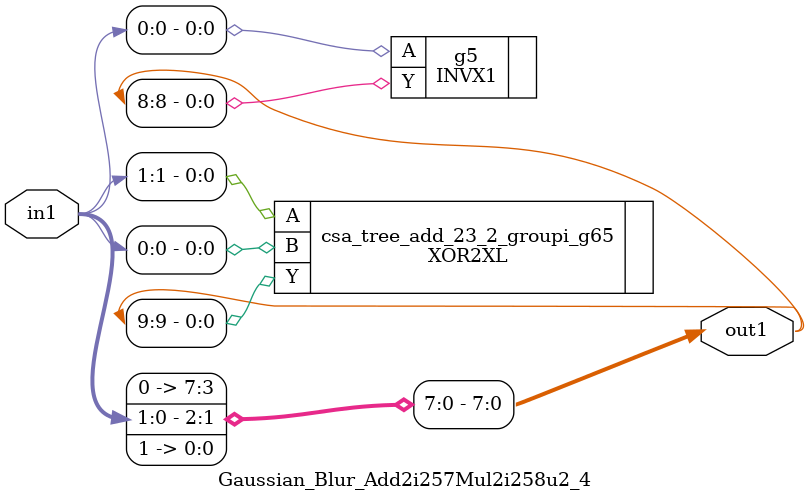
<source format=v>
`timescale 1ps / 1ps


module Gaussian_Blur_Add2i257Mul2i258u2_4(in1, out1);
  input [1:0] in1;
  output [9:0] out1;
  wire [1:0] in1;
  wire [9:0] out1;
  assign out1[0] = 1'b1;
  assign out1[1] = in1[0];
  assign out1[2] = in1[1];
  assign out1[3] = 1'b0;
  assign out1[4] = 1'b0;
  assign out1[5] = 1'b0;
  assign out1[6] = 1'b0;
  assign out1[7] = 1'b0;
  INVX1 g5(.A (in1[0]), .Y (out1[8]));
  XOR2XL csa_tree_add_23_2_groupi_g65(.A (in1[1]), .B (in1[0]), .Y
       (out1[9]));
endmodule


</source>
